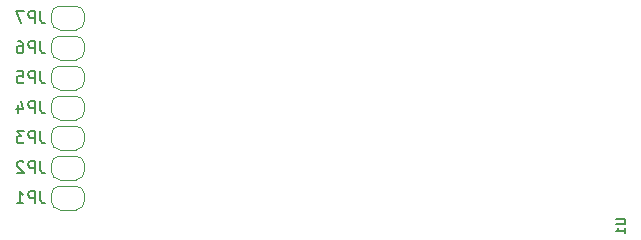
<source format=gbr>
G04 #@! TF.GenerationSoftware,KiCad,Pcbnew,(5.1.2-1)-1*
G04 #@! TF.CreationDate,2019-11-15T20:19:46-06:00*
G04 #@! TF.ProjectId,cherry-huzzah32,63686572-7279-42d6-9875-7a7a61683332,rev?*
G04 #@! TF.SameCoordinates,Original*
G04 #@! TF.FileFunction,Legend,Bot*
G04 #@! TF.FilePolarity,Positive*
%FSLAX46Y46*%
G04 Gerber Fmt 4.6, Leading zero omitted, Abs format (unit mm)*
G04 Created by KiCad (PCBNEW (5.1.2-1)-1) date 2019-11-15 20:19:46*
%MOMM*%
%LPD*%
G04 APERTURE LIST*
%ADD10C,0.120000*%
%ADD11C,0.138988*%
%ADD12C,0.150000*%
G04 APERTURE END LIST*
D10*
X84886000Y-95774000D02*
X83486000Y-95774000D01*
X82786000Y-96474000D02*
X82786000Y-97074000D01*
X83486000Y-97774000D02*
X84886000Y-97774000D01*
X85586000Y-97074000D02*
X85586000Y-96474000D01*
X85586000Y-96474000D02*
G75*
G03X84886000Y-95774000I-700000J0D01*
G01*
X84886000Y-97774000D02*
G75*
G03X85586000Y-97074000I0J700000D01*
G01*
X82786000Y-97074000D02*
G75*
G03X83486000Y-97774000I700000J0D01*
G01*
X83486000Y-95774000D02*
G75*
G03X82786000Y-96474000I0J-700000D01*
G01*
X84886000Y-98314000D02*
X83486000Y-98314000D01*
X82786000Y-99014000D02*
X82786000Y-99614000D01*
X83486000Y-100314000D02*
X84886000Y-100314000D01*
X85586000Y-99614000D02*
X85586000Y-99014000D01*
X85586000Y-99014000D02*
G75*
G03X84886000Y-98314000I-700000J0D01*
G01*
X84886000Y-100314000D02*
G75*
G03X85586000Y-99614000I0J700000D01*
G01*
X82786000Y-99614000D02*
G75*
G03X83486000Y-100314000I700000J0D01*
G01*
X83486000Y-98314000D02*
G75*
G03X82786000Y-99014000I0J-700000D01*
G01*
X84886000Y-100854000D02*
X83486000Y-100854000D01*
X82786000Y-101554000D02*
X82786000Y-102154000D01*
X83486000Y-102854000D02*
X84886000Y-102854000D01*
X85586000Y-102154000D02*
X85586000Y-101554000D01*
X85586000Y-101554000D02*
G75*
G03X84886000Y-100854000I-700000J0D01*
G01*
X84886000Y-102854000D02*
G75*
G03X85586000Y-102154000I0J700000D01*
G01*
X82786000Y-102154000D02*
G75*
G03X83486000Y-102854000I700000J0D01*
G01*
X83486000Y-100854000D02*
G75*
G03X82786000Y-101554000I0J-700000D01*
G01*
X84886000Y-103394000D02*
X83486000Y-103394000D01*
X82786000Y-104094000D02*
X82786000Y-104694000D01*
X83486000Y-105394000D02*
X84886000Y-105394000D01*
X85586000Y-104694000D02*
X85586000Y-104094000D01*
X85586000Y-104094000D02*
G75*
G03X84886000Y-103394000I-700000J0D01*
G01*
X84886000Y-105394000D02*
G75*
G03X85586000Y-104694000I0J700000D01*
G01*
X82786000Y-104694000D02*
G75*
G03X83486000Y-105394000I700000J0D01*
G01*
X83486000Y-103394000D02*
G75*
G03X82786000Y-104094000I0J-700000D01*
G01*
X84886000Y-105934000D02*
X83486000Y-105934000D01*
X82786000Y-106634000D02*
X82786000Y-107234000D01*
X83486000Y-107934000D02*
X84886000Y-107934000D01*
X85586000Y-107234000D02*
X85586000Y-106634000D01*
X85586000Y-106634000D02*
G75*
G03X84886000Y-105934000I-700000J0D01*
G01*
X84886000Y-107934000D02*
G75*
G03X85586000Y-107234000I0J700000D01*
G01*
X82786000Y-107234000D02*
G75*
G03X83486000Y-107934000I700000J0D01*
G01*
X83486000Y-105934000D02*
G75*
G03X82786000Y-106634000I0J-700000D01*
G01*
X84886000Y-108474000D02*
X83486000Y-108474000D01*
X82786000Y-109174000D02*
X82786000Y-109774000D01*
X83486000Y-110474000D02*
X84886000Y-110474000D01*
X85586000Y-109774000D02*
X85586000Y-109174000D01*
X85586000Y-109174000D02*
G75*
G03X84886000Y-108474000I-700000J0D01*
G01*
X84886000Y-110474000D02*
G75*
G03X85586000Y-109774000I0J700000D01*
G01*
X82786000Y-109774000D02*
G75*
G03X83486000Y-110474000I700000J0D01*
G01*
X83486000Y-108474000D02*
G75*
G03X82786000Y-109174000I0J-700000D01*
G01*
X84886000Y-111014000D02*
X83486000Y-111014000D01*
X82786000Y-111714000D02*
X82786000Y-112314000D01*
X83486000Y-113014000D02*
X84886000Y-113014000D01*
X85586000Y-112314000D02*
X85586000Y-111714000D01*
X85586000Y-111714000D02*
G75*
G03X84886000Y-111014000I-700000J0D01*
G01*
X84886000Y-113014000D02*
G75*
G03X85586000Y-112314000I0J700000D01*
G01*
X82786000Y-112314000D02*
G75*
G03X83486000Y-113014000I700000J0D01*
G01*
X83486000Y-111014000D02*
G75*
G03X82786000Y-111714000I0J-700000D01*
G01*
D11*
X130623230Y-113817185D02*
X131248312Y-113817185D01*
X131321851Y-113853954D01*
X131358620Y-113890724D01*
X131395390Y-113964263D01*
X131395390Y-114111341D01*
X131358620Y-114184880D01*
X131321851Y-114221650D01*
X131248312Y-114258419D01*
X130623230Y-114258419D01*
X131395390Y-115030579D02*
X131395390Y-114589345D01*
X131395390Y-114809962D02*
X130623230Y-114809962D01*
X130733539Y-114736423D01*
X130807078Y-114662884D01*
X130843847Y-114589345D01*
D12*
X81859333Y-96226380D02*
X81859333Y-96940666D01*
X81906952Y-97083523D01*
X82002190Y-97178761D01*
X82145047Y-97226380D01*
X82240285Y-97226380D01*
X81383142Y-97226380D02*
X81383142Y-96226380D01*
X81002190Y-96226380D01*
X80906952Y-96274000D01*
X80859333Y-96321619D01*
X80811714Y-96416857D01*
X80811714Y-96559714D01*
X80859333Y-96654952D01*
X80906952Y-96702571D01*
X81002190Y-96750190D01*
X81383142Y-96750190D01*
X80478380Y-96226380D02*
X79811714Y-96226380D01*
X80240285Y-97226380D01*
X81859333Y-98766380D02*
X81859333Y-99480666D01*
X81906952Y-99623523D01*
X82002190Y-99718761D01*
X82145047Y-99766380D01*
X82240285Y-99766380D01*
X81383142Y-99766380D02*
X81383142Y-98766380D01*
X81002190Y-98766380D01*
X80906952Y-98814000D01*
X80859333Y-98861619D01*
X80811714Y-98956857D01*
X80811714Y-99099714D01*
X80859333Y-99194952D01*
X80906952Y-99242571D01*
X81002190Y-99290190D01*
X81383142Y-99290190D01*
X79954571Y-98766380D02*
X80145047Y-98766380D01*
X80240285Y-98814000D01*
X80287904Y-98861619D01*
X80383142Y-99004476D01*
X80430761Y-99194952D01*
X80430761Y-99575904D01*
X80383142Y-99671142D01*
X80335523Y-99718761D01*
X80240285Y-99766380D01*
X80049809Y-99766380D01*
X79954571Y-99718761D01*
X79906952Y-99671142D01*
X79859333Y-99575904D01*
X79859333Y-99337809D01*
X79906952Y-99242571D01*
X79954571Y-99194952D01*
X80049809Y-99147333D01*
X80240285Y-99147333D01*
X80335523Y-99194952D01*
X80383142Y-99242571D01*
X80430761Y-99337809D01*
X81859333Y-101306380D02*
X81859333Y-102020666D01*
X81906952Y-102163523D01*
X82002190Y-102258761D01*
X82145047Y-102306380D01*
X82240285Y-102306380D01*
X81383142Y-102306380D02*
X81383142Y-101306380D01*
X81002190Y-101306380D01*
X80906952Y-101354000D01*
X80859333Y-101401619D01*
X80811714Y-101496857D01*
X80811714Y-101639714D01*
X80859333Y-101734952D01*
X80906952Y-101782571D01*
X81002190Y-101830190D01*
X81383142Y-101830190D01*
X79906952Y-101306380D02*
X80383142Y-101306380D01*
X80430761Y-101782571D01*
X80383142Y-101734952D01*
X80287904Y-101687333D01*
X80049809Y-101687333D01*
X79954571Y-101734952D01*
X79906952Y-101782571D01*
X79859333Y-101877809D01*
X79859333Y-102115904D01*
X79906952Y-102211142D01*
X79954571Y-102258761D01*
X80049809Y-102306380D01*
X80287904Y-102306380D01*
X80383142Y-102258761D01*
X80430761Y-102211142D01*
X81859333Y-103846380D02*
X81859333Y-104560666D01*
X81906952Y-104703523D01*
X82002190Y-104798761D01*
X82145047Y-104846380D01*
X82240285Y-104846380D01*
X81383142Y-104846380D02*
X81383142Y-103846380D01*
X81002190Y-103846380D01*
X80906952Y-103894000D01*
X80859333Y-103941619D01*
X80811714Y-104036857D01*
X80811714Y-104179714D01*
X80859333Y-104274952D01*
X80906952Y-104322571D01*
X81002190Y-104370190D01*
X81383142Y-104370190D01*
X79954571Y-104179714D02*
X79954571Y-104846380D01*
X80192666Y-103798761D02*
X80430761Y-104513047D01*
X79811714Y-104513047D01*
X81859333Y-106386380D02*
X81859333Y-107100666D01*
X81906952Y-107243523D01*
X82002190Y-107338761D01*
X82145047Y-107386380D01*
X82240285Y-107386380D01*
X81383142Y-107386380D02*
X81383142Y-106386380D01*
X81002190Y-106386380D01*
X80906952Y-106434000D01*
X80859333Y-106481619D01*
X80811714Y-106576857D01*
X80811714Y-106719714D01*
X80859333Y-106814952D01*
X80906952Y-106862571D01*
X81002190Y-106910190D01*
X81383142Y-106910190D01*
X80478380Y-106386380D02*
X79859333Y-106386380D01*
X80192666Y-106767333D01*
X80049809Y-106767333D01*
X79954571Y-106814952D01*
X79906952Y-106862571D01*
X79859333Y-106957809D01*
X79859333Y-107195904D01*
X79906952Y-107291142D01*
X79954571Y-107338761D01*
X80049809Y-107386380D01*
X80335523Y-107386380D01*
X80430761Y-107338761D01*
X80478380Y-107291142D01*
X81859333Y-108926380D02*
X81859333Y-109640666D01*
X81906952Y-109783523D01*
X82002190Y-109878761D01*
X82145047Y-109926380D01*
X82240285Y-109926380D01*
X81383142Y-109926380D02*
X81383142Y-108926380D01*
X81002190Y-108926380D01*
X80906952Y-108974000D01*
X80859333Y-109021619D01*
X80811714Y-109116857D01*
X80811714Y-109259714D01*
X80859333Y-109354952D01*
X80906952Y-109402571D01*
X81002190Y-109450190D01*
X81383142Y-109450190D01*
X80430761Y-109021619D02*
X80383142Y-108974000D01*
X80287904Y-108926380D01*
X80049809Y-108926380D01*
X79954571Y-108974000D01*
X79906952Y-109021619D01*
X79859333Y-109116857D01*
X79859333Y-109212095D01*
X79906952Y-109354952D01*
X80478380Y-109926380D01*
X79859333Y-109926380D01*
X81859333Y-111466380D02*
X81859333Y-112180666D01*
X81906952Y-112323523D01*
X82002190Y-112418761D01*
X82145047Y-112466380D01*
X82240285Y-112466380D01*
X81383142Y-112466380D02*
X81383142Y-111466380D01*
X81002190Y-111466380D01*
X80906952Y-111514000D01*
X80859333Y-111561619D01*
X80811714Y-111656857D01*
X80811714Y-111799714D01*
X80859333Y-111894952D01*
X80906952Y-111942571D01*
X81002190Y-111990190D01*
X81383142Y-111990190D01*
X79859333Y-112466380D02*
X80430761Y-112466380D01*
X80145047Y-112466380D02*
X80145047Y-111466380D01*
X80240285Y-111609238D01*
X80335523Y-111704476D01*
X80430761Y-111752095D01*
M02*

</source>
